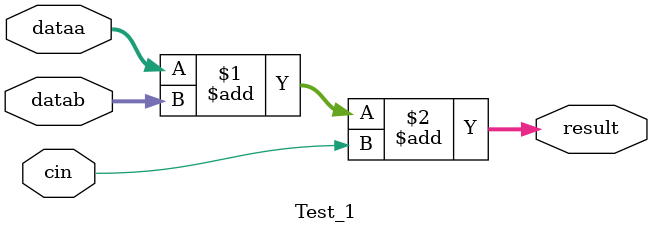
<source format=v>

module Test_1
#(parameter WIDTH=16)
(
	input [WIDTH-1:0] dataa,
	input [WIDTH-1:0] datab,
	input cin,
	output [WIDTH:0] result
);

	assign result = dataa + datab + cin;

endmodule

</source>
